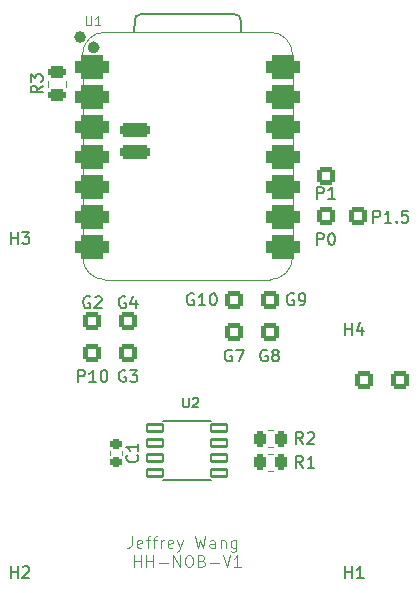
<source format=gto>
G04 #@! TF.GenerationSoftware,KiCad,Pcbnew,8.0.7*
G04 #@! TF.CreationDate,2024-12-28T18:30:56-05:00*
G04 #@! TF.ProjectId,nob,6e6f622e-6b69-4636-9164-5f7063625858,rev?*
G04 #@! TF.SameCoordinates,Original*
G04 #@! TF.FileFunction,Legend,Top*
G04 #@! TF.FilePolarity,Positive*
%FSLAX46Y46*%
G04 Gerber Fmt 4.6, Leading zero omitted, Abs format (unit mm)*
G04 Created by KiCad (PCBNEW 8.0.7) date 2024-12-28 18:30:56*
%MOMM*%
%LPD*%
G01*
G04 APERTURE LIST*
G04 Aperture macros list*
%AMRoundRect*
0 Rectangle with rounded corners*
0 $1 Rounding radius*
0 $2 $3 $4 $5 $6 $7 $8 $9 X,Y pos of 4 corners*
0 Add a 4 corners polygon primitive as box body*
4,1,4,$2,$3,$4,$5,$6,$7,$8,$9,$2,$3,0*
0 Add four circle primitives for the rounded corners*
1,1,$1+$1,$2,$3*
1,1,$1+$1,$4,$5*
1,1,$1+$1,$6,$7*
1,1,$1+$1,$8,$9*
0 Add four rect primitives between the rounded corners*
20,1,$1+$1,$2,$3,$4,$5,0*
20,1,$1+$1,$4,$5,$6,$7,0*
20,1,$1+$1,$6,$7,$8,$9,0*
20,1,$1+$1,$8,$9,$2,$3,0*%
G04 Aperture macros list end*
%ADD10C,0.100000*%
%ADD11C,0.150000*%
%ADD12C,0.106680*%
%ADD13C,0.120000*%
%ADD14C,0.127000*%
%ADD15C,0.504000*%
%ADD16RoundRect,0.250000X0.550000X0.550000X-0.550000X0.550000X-0.550000X-0.550000X0.550000X-0.550000X0*%
%ADD17RoundRect,0.250000X-0.550000X-0.550000X0.550000X-0.550000X0.550000X0.550000X-0.550000X0.550000X0*%
%ADD18C,3.600000*%
%ADD19C,5.600000*%
%ADD20RoundRect,0.250000X0.262500X0.450000X-0.262500X0.450000X-0.262500X-0.450000X0.262500X-0.450000X0*%
%ADD21RoundRect,0.250000X0.475000X-0.250000X0.475000X0.250000X-0.475000X0.250000X-0.475000X-0.250000X0*%
%ADD22RoundRect,0.525400X-0.900400X-0.525400X0.900400X-0.525400X0.900400X0.525400X-0.900400X0.525400X0*%
%ADD23RoundRect,0.300400X1.000400X0.300400X-1.000400X0.300400X-1.000400X-0.300400X1.000400X-0.300400X0*%
%ADD24C,1.700000*%
%ADD25RoundRect,0.102000X-0.700000X0.300000X-0.700000X-0.300000X0.700000X-0.300000X0.700000X0.300000X0*%
%ADD26RoundRect,0.225000X-0.250000X0.225000X-0.250000X-0.225000X0.250000X-0.225000X0.250000X0.225000X0*%
%ADD27RoundRect,0.250000X-0.262500X-0.450000X0.262500X-0.450000X0.262500X0.450000X-0.262500X0.450000X0*%
G04 APERTURE END LIST*
D10*
X125333332Y-77262475D02*
X125333332Y-77976760D01*
X125333332Y-77976760D02*
X125285713Y-78119617D01*
X125285713Y-78119617D02*
X125190475Y-78214856D01*
X125190475Y-78214856D02*
X125047618Y-78262475D01*
X125047618Y-78262475D02*
X124952380Y-78262475D01*
X126190475Y-78214856D02*
X126095237Y-78262475D01*
X126095237Y-78262475D02*
X125904761Y-78262475D01*
X125904761Y-78262475D02*
X125809523Y-78214856D01*
X125809523Y-78214856D02*
X125761904Y-78119617D01*
X125761904Y-78119617D02*
X125761904Y-77738665D01*
X125761904Y-77738665D02*
X125809523Y-77643427D01*
X125809523Y-77643427D02*
X125904761Y-77595808D01*
X125904761Y-77595808D02*
X126095237Y-77595808D01*
X126095237Y-77595808D02*
X126190475Y-77643427D01*
X126190475Y-77643427D02*
X126238094Y-77738665D01*
X126238094Y-77738665D02*
X126238094Y-77833903D01*
X126238094Y-77833903D02*
X125761904Y-77929141D01*
X126523809Y-77595808D02*
X126904761Y-77595808D01*
X126666666Y-78262475D02*
X126666666Y-77405332D01*
X126666666Y-77405332D02*
X126714285Y-77310094D01*
X126714285Y-77310094D02*
X126809523Y-77262475D01*
X126809523Y-77262475D02*
X126904761Y-77262475D01*
X127095238Y-77595808D02*
X127476190Y-77595808D01*
X127238095Y-78262475D02*
X127238095Y-77405332D01*
X127238095Y-77405332D02*
X127285714Y-77310094D01*
X127285714Y-77310094D02*
X127380952Y-77262475D01*
X127380952Y-77262475D02*
X127476190Y-77262475D01*
X127809524Y-78262475D02*
X127809524Y-77595808D01*
X127809524Y-77786284D02*
X127857143Y-77691046D01*
X127857143Y-77691046D02*
X127904762Y-77643427D01*
X127904762Y-77643427D02*
X128000000Y-77595808D01*
X128000000Y-77595808D02*
X128095238Y-77595808D01*
X128809524Y-78214856D02*
X128714286Y-78262475D01*
X128714286Y-78262475D02*
X128523810Y-78262475D01*
X128523810Y-78262475D02*
X128428572Y-78214856D01*
X128428572Y-78214856D02*
X128380953Y-78119617D01*
X128380953Y-78119617D02*
X128380953Y-77738665D01*
X128380953Y-77738665D02*
X128428572Y-77643427D01*
X128428572Y-77643427D02*
X128523810Y-77595808D01*
X128523810Y-77595808D02*
X128714286Y-77595808D01*
X128714286Y-77595808D02*
X128809524Y-77643427D01*
X128809524Y-77643427D02*
X128857143Y-77738665D01*
X128857143Y-77738665D02*
X128857143Y-77833903D01*
X128857143Y-77833903D02*
X128380953Y-77929141D01*
X129190477Y-77595808D02*
X129428572Y-78262475D01*
X129666667Y-77595808D02*
X129428572Y-78262475D01*
X129428572Y-78262475D02*
X129333334Y-78500570D01*
X129333334Y-78500570D02*
X129285715Y-78548189D01*
X129285715Y-78548189D02*
X129190477Y-78595808D01*
X130714287Y-77262475D02*
X130952382Y-78262475D01*
X130952382Y-78262475D02*
X131142858Y-77548189D01*
X131142858Y-77548189D02*
X131333334Y-78262475D01*
X131333334Y-78262475D02*
X131571430Y-77262475D01*
X132380953Y-78262475D02*
X132380953Y-77738665D01*
X132380953Y-77738665D02*
X132333334Y-77643427D01*
X132333334Y-77643427D02*
X132238096Y-77595808D01*
X132238096Y-77595808D02*
X132047620Y-77595808D01*
X132047620Y-77595808D02*
X131952382Y-77643427D01*
X132380953Y-78214856D02*
X132285715Y-78262475D01*
X132285715Y-78262475D02*
X132047620Y-78262475D01*
X132047620Y-78262475D02*
X131952382Y-78214856D01*
X131952382Y-78214856D02*
X131904763Y-78119617D01*
X131904763Y-78119617D02*
X131904763Y-78024379D01*
X131904763Y-78024379D02*
X131952382Y-77929141D01*
X131952382Y-77929141D02*
X132047620Y-77881522D01*
X132047620Y-77881522D02*
X132285715Y-77881522D01*
X132285715Y-77881522D02*
X132380953Y-77833903D01*
X132857144Y-77595808D02*
X132857144Y-78262475D01*
X132857144Y-77691046D02*
X132904763Y-77643427D01*
X132904763Y-77643427D02*
X133000001Y-77595808D01*
X133000001Y-77595808D02*
X133142858Y-77595808D01*
X133142858Y-77595808D02*
X133238096Y-77643427D01*
X133238096Y-77643427D02*
X133285715Y-77738665D01*
X133285715Y-77738665D02*
X133285715Y-78262475D01*
X134190477Y-77595808D02*
X134190477Y-78405332D01*
X134190477Y-78405332D02*
X134142858Y-78500570D01*
X134142858Y-78500570D02*
X134095239Y-78548189D01*
X134095239Y-78548189D02*
X134000001Y-78595808D01*
X134000001Y-78595808D02*
X133857144Y-78595808D01*
X133857144Y-78595808D02*
X133761906Y-78548189D01*
X134190477Y-78214856D02*
X134095239Y-78262475D01*
X134095239Y-78262475D02*
X133904763Y-78262475D01*
X133904763Y-78262475D02*
X133809525Y-78214856D01*
X133809525Y-78214856D02*
X133761906Y-78167236D01*
X133761906Y-78167236D02*
X133714287Y-78071998D01*
X133714287Y-78071998D02*
X133714287Y-77786284D01*
X133714287Y-77786284D02*
X133761906Y-77691046D01*
X133761906Y-77691046D02*
X133809525Y-77643427D01*
X133809525Y-77643427D02*
X133904763Y-77595808D01*
X133904763Y-77595808D02*
X134095239Y-77595808D01*
X134095239Y-77595808D02*
X134190477Y-77643427D01*
X125500000Y-79872419D02*
X125500000Y-78872419D01*
X125500000Y-79348609D02*
X126071428Y-79348609D01*
X126071428Y-79872419D02*
X126071428Y-78872419D01*
X126547619Y-79872419D02*
X126547619Y-78872419D01*
X126547619Y-79348609D02*
X127119047Y-79348609D01*
X127119047Y-79872419D02*
X127119047Y-78872419D01*
X127595238Y-79491466D02*
X128357143Y-79491466D01*
X128833333Y-79872419D02*
X128833333Y-78872419D01*
X128833333Y-78872419D02*
X129404761Y-79872419D01*
X129404761Y-79872419D02*
X129404761Y-78872419D01*
X130071428Y-78872419D02*
X130261904Y-78872419D01*
X130261904Y-78872419D02*
X130357142Y-78920038D01*
X130357142Y-78920038D02*
X130452380Y-79015276D01*
X130452380Y-79015276D02*
X130499999Y-79205752D01*
X130499999Y-79205752D02*
X130499999Y-79539085D01*
X130499999Y-79539085D02*
X130452380Y-79729561D01*
X130452380Y-79729561D02*
X130357142Y-79824800D01*
X130357142Y-79824800D02*
X130261904Y-79872419D01*
X130261904Y-79872419D02*
X130071428Y-79872419D01*
X130071428Y-79872419D02*
X129976190Y-79824800D01*
X129976190Y-79824800D02*
X129880952Y-79729561D01*
X129880952Y-79729561D02*
X129833333Y-79539085D01*
X129833333Y-79539085D02*
X129833333Y-79205752D01*
X129833333Y-79205752D02*
X129880952Y-79015276D01*
X129880952Y-79015276D02*
X129976190Y-78920038D01*
X129976190Y-78920038D02*
X130071428Y-78872419D01*
X131261904Y-79348609D02*
X131404761Y-79396228D01*
X131404761Y-79396228D02*
X131452380Y-79443847D01*
X131452380Y-79443847D02*
X131499999Y-79539085D01*
X131499999Y-79539085D02*
X131499999Y-79681942D01*
X131499999Y-79681942D02*
X131452380Y-79777180D01*
X131452380Y-79777180D02*
X131404761Y-79824800D01*
X131404761Y-79824800D02*
X131309523Y-79872419D01*
X131309523Y-79872419D02*
X130928571Y-79872419D01*
X130928571Y-79872419D02*
X130928571Y-78872419D01*
X130928571Y-78872419D02*
X131261904Y-78872419D01*
X131261904Y-78872419D02*
X131357142Y-78920038D01*
X131357142Y-78920038D02*
X131404761Y-78967657D01*
X131404761Y-78967657D02*
X131452380Y-79062895D01*
X131452380Y-79062895D02*
X131452380Y-79158133D01*
X131452380Y-79158133D02*
X131404761Y-79253371D01*
X131404761Y-79253371D02*
X131357142Y-79300990D01*
X131357142Y-79300990D02*
X131261904Y-79348609D01*
X131261904Y-79348609D02*
X130928571Y-79348609D01*
X131928571Y-79491466D02*
X132690476Y-79491466D01*
X133023809Y-78872419D02*
X133357142Y-79872419D01*
X133357142Y-79872419D02*
X133690475Y-78872419D01*
X134547618Y-79872419D02*
X133976190Y-79872419D01*
X134261904Y-79872419D02*
X134261904Y-78872419D01*
X134261904Y-78872419D02*
X134166666Y-79015276D01*
X134166666Y-79015276D02*
X134071428Y-79110514D01*
X134071428Y-79110514D02*
X133976190Y-79158133D01*
D11*
X136785714Y-61502438D02*
X136690476Y-61454819D01*
X136690476Y-61454819D02*
X136547619Y-61454819D01*
X136547619Y-61454819D02*
X136404762Y-61502438D01*
X136404762Y-61502438D02*
X136309524Y-61597676D01*
X136309524Y-61597676D02*
X136261905Y-61692914D01*
X136261905Y-61692914D02*
X136214286Y-61883390D01*
X136214286Y-61883390D02*
X136214286Y-62026247D01*
X136214286Y-62026247D02*
X136261905Y-62216723D01*
X136261905Y-62216723D02*
X136309524Y-62311961D01*
X136309524Y-62311961D02*
X136404762Y-62407200D01*
X136404762Y-62407200D02*
X136547619Y-62454819D01*
X136547619Y-62454819D02*
X136642857Y-62454819D01*
X136642857Y-62454819D02*
X136785714Y-62407200D01*
X136785714Y-62407200D02*
X136833333Y-62359580D01*
X136833333Y-62359580D02*
X136833333Y-62026247D01*
X136833333Y-62026247D02*
X136642857Y-62026247D01*
X137404762Y-61883390D02*
X137309524Y-61835771D01*
X137309524Y-61835771D02*
X137261905Y-61788152D01*
X137261905Y-61788152D02*
X137214286Y-61692914D01*
X137214286Y-61692914D02*
X137214286Y-61645295D01*
X137214286Y-61645295D02*
X137261905Y-61550057D01*
X137261905Y-61550057D02*
X137309524Y-61502438D01*
X137309524Y-61502438D02*
X137404762Y-61454819D01*
X137404762Y-61454819D02*
X137595238Y-61454819D01*
X137595238Y-61454819D02*
X137690476Y-61502438D01*
X137690476Y-61502438D02*
X137738095Y-61550057D01*
X137738095Y-61550057D02*
X137785714Y-61645295D01*
X137785714Y-61645295D02*
X137785714Y-61692914D01*
X137785714Y-61692914D02*
X137738095Y-61788152D01*
X137738095Y-61788152D02*
X137690476Y-61835771D01*
X137690476Y-61835771D02*
X137595238Y-61883390D01*
X137595238Y-61883390D02*
X137404762Y-61883390D01*
X137404762Y-61883390D02*
X137309524Y-61931009D01*
X137309524Y-61931009D02*
X137261905Y-61978628D01*
X137261905Y-61978628D02*
X137214286Y-62073866D01*
X137214286Y-62073866D02*
X137214286Y-62264342D01*
X137214286Y-62264342D02*
X137261905Y-62359580D01*
X137261905Y-62359580D02*
X137309524Y-62407200D01*
X137309524Y-62407200D02*
X137404762Y-62454819D01*
X137404762Y-62454819D02*
X137595238Y-62454819D01*
X137595238Y-62454819D02*
X137690476Y-62407200D01*
X137690476Y-62407200D02*
X137738095Y-62359580D01*
X137738095Y-62359580D02*
X137785714Y-62264342D01*
X137785714Y-62264342D02*
X137785714Y-62073866D01*
X137785714Y-62073866D02*
X137738095Y-61978628D01*
X137738095Y-61978628D02*
X137690476Y-61931009D01*
X137690476Y-61931009D02*
X137595238Y-61883390D01*
X139035714Y-56752438D02*
X138940476Y-56704819D01*
X138940476Y-56704819D02*
X138797619Y-56704819D01*
X138797619Y-56704819D02*
X138654762Y-56752438D01*
X138654762Y-56752438D02*
X138559524Y-56847676D01*
X138559524Y-56847676D02*
X138511905Y-56942914D01*
X138511905Y-56942914D02*
X138464286Y-57133390D01*
X138464286Y-57133390D02*
X138464286Y-57276247D01*
X138464286Y-57276247D02*
X138511905Y-57466723D01*
X138511905Y-57466723D02*
X138559524Y-57561961D01*
X138559524Y-57561961D02*
X138654762Y-57657200D01*
X138654762Y-57657200D02*
X138797619Y-57704819D01*
X138797619Y-57704819D02*
X138892857Y-57704819D01*
X138892857Y-57704819D02*
X139035714Y-57657200D01*
X139035714Y-57657200D02*
X139083333Y-57609580D01*
X139083333Y-57609580D02*
X139083333Y-57276247D01*
X139083333Y-57276247D02*
X138892857Y-57276247D01*
X139559524Y-57704819D02*
X139750000Y-57704819D01*
X139750000Y-57704819D02*
X139845238Y-57657200D01*
X139845238Y-57657200D02*
X139892857Y-57609580D01*
X139892857Y-57609580D02*
X139988095Y-57466723D01*
X139988095Y-57466723D02*
X140035714Y-57276247D01*
X140035714Y-57276247D02*
X140035714Y-56895295D01*
X140035714Y-56895295D02*
X139988095Y-56800057D01*
X139988095Y-56800057D02*
X139940476Y-56752438D01*
X139940476Y-56752438D02*
X139845238Y-56704819D01*
X139845238Y-56704819D02*
X139654762Y-56704819D01*
X139654762Y-56704819D02*
X139559524Y-56752438D01*
X139559524Y-56752438D02*
X139511905Y-56800057D01*
X139511905Y-56800057D02*
X139464286Y-56895295D01*
X139464286Y-56895295D02*
X139464286Y-57133390D01*
X139464286Y-57133390D02*
X139511905Y-57228628D01*
X139511905Y-57228628D02*
X139559524Y-57276247D01*
X139559524Y-57276247D02*
X139654762Y-57323866D01*
X139654762Y-57323866D02*
X139845238Y-57323866D01*
X139845238Y-57323866D02*
X139940476Y-57276247D01*
X139940476Y-57276247D02*
X139988095Y-57228628D01*
X139988095Y-57228628D02*
X140035714Y-57133390D01*
X141011905Y-52604819D02*
X141011905Y-51604819D01*
X141011905Y-51604819D02*
X141392857Y-51604819D01*
X141392857Y-51604819D02*
X141488095Y-51652438D01*
X141488095Y-51652438D02*
X141535714Y-51700057D01*
X141535714Y-51700057D02*
X141583333Y-51795295D01*
X141583333Y-51795295D02*
X141583333Y-51938152D01*
X141583333Y-51938152D02*
X141535714Y-52033390D01*
X141535714Y-52033390D02*
X141488095Y-52081009D01*
X141488095Y-52081009D02*
X141392857Y-52128628D01*
X141392857Y-52128628D02*
X141011905Y-52128628D01*
X142202381Y-51604819D02*
X142297619Y-51604819D01*
X142297619Y-51604819D02*
X142392857Y-51652438D01*
X142392857Y-51652438D02*
X142440476Y-51700057D01*
X142440476Y-51700057D02*
X142488095Y-51795295D01*
X142488095Y-51795295D02*
X142535714Y-51985771D01*
X142535714Y-51985771D02*
X142535714Y-52223866D01*
X142535714Y-52223866D02*
X142488095Y-52414342D01*
X142488095Y-52414342D02*
X142440476Y-52509580D01*
X142440476Y-52509580D02*
X142392857Y-52557200D01*
X142392857Y-52557200D02*
X142297619Y-52604819D01*
X142297619Y-52604819D02*
X142202381Y-52604819D01*
X142202381Y-52604819D02*
X142107143Y-52557200D01*
X142107143Y-52557200D02*
X142059524Y-52509580D01*
X142059524Y-52509580D02*
X142011905Y-52414342D01*
X142011905Y-52414342D02*
X141964286Y-52223866D01*
X141964286Y-52223866D02*
X141964286Y-51985771D01*
X141964286Y-51985771D02*
X142011905Y-51795295D01*
X142011905Y-51795295D02*
X142059524Y-51700057D01*
X142059524Y-51700057D02*
X142107143Y-51652438D01*
X142107143Y-51652438D02*
X142202381Y-51604819D01*
X115095959Y-52512683D02*
X115095959Y-51512683D01*
X115095959Y-51988873D02*
X115667387Y-51988873D01*
X115667387Y-52512683D02*
X115667387Y-51512683D01*
X116048340Y-51512683D02*
X116667387Y-51512683D01*
X116667387Y-51512683D02*
X116334054Y-51893635D01*
X116334054Y-51893635D02*
X116476911Y-51893635D01*
X116476911Y-51893635D02*
X116572149Y-51941254D01*
X116572149Y-51941254D02*
X116619768Y-51988873D01*
X116619768Y-51988873D02*
X116667387Y-52084111D01*
X116667387Y-52084111D02*
X116667387Y-52322206D01*
X116667387Y-52322206D02*
X116619768Y-52417444D01*
X116619768Y-52417444D02*
X116572149Y-52465064D01*
X116572149Y-52465064D02*
X116476911Y-52512683D01*
X116476911Y-52512683D02*
X116191197Y-52512683D01*
X116191197Y-52512683D02*
X116095959Y-52465064D01*
X116095959Y-52465064D02*
X116048340Y-52417444D01*
X139833333Y-71454819D02*
X139500000Y-70978628D01*
X139261905Y-71454819D02*
X139261905Y-70454819D01*
X139261905Y-70454819D02*
X139642857Y-70454819D01*
X139642857Y-70454819D02*
X139738095Y-70502438D01*
X139738095Y-70502438D02*
X139785714Y-70550057D01*
X139785714Y-70550057D02*
X139833333Y-70645295D01*
X139833333Y-70645295D02*
X139833333Y-70788152D01*
X139833333Y-70788152D02*
X139785714Y-70883390D01*
X139785714Y-70883390D02*
X139738095Y-70931009D01*
X139738095Y-70931009D02*
X139642857Y-70978628D01*
X139642857Y-70978628D02*
X139261905Y-70978628D01*
X140785714Y-71454819D02*
X140214286Y-71454819D01*
X140500000Y-71454819D02*
X140500000Y-70454819D01*
X140500000Y-70454819D02*
X140404762Y-70597676D01*
X140404762Y-70597676D02*
X140309524Y-70692914D01*
X140309524Y-70692914D02*
X140214286Y-70740533D01*
X117774819Y-39116666D02*
X117298628Y-39449999D01*
X117774819Y-39688094D02*
X116774819Y-39688094D01*
X116774819Y-39688094D02*
X116774819Y-39307142D01*
X116774819Y-39307142D02*
X116822438Y-39211904D01*
X116822438Y-39211904D02*
X116870057Y-39164285D01*
X116870057Y-39164285D02*
X116965295Y-39116666D01*
X116965295Y-39116666D02*
X117108152Y-39116666D01*
X117108152Y-39116666D02*
X117203390Y-39164285D01*
X117203390Y-39164285D02*
X117251009Y-39211904D01*
X117251009Y-39211904D02*
X117298628Y-39307142D01*
X117298628Y-39307142D02*
X117298628Y-39688094D01*
X116774819Y-38783332D02*
X116774819Y-38164285D01*
X116774819Y-38164285D02*
X117155771Y-38497618D01*
X117155771Y-38497618D02*
X117155771Y-38354761D01*
X117155771Y-38354761D02*
X117203390Y-38259523D01*
X117203390Y-38259523D02*
X117251009Y-38211904D01*
X117251009Y-38211904D02*
X117346247Y-38164285D01*
X117346247Y-38164285D02*
X117584342Y-38164285D01*
X117584342Y-38164285D02*
X117679580Y-38211904D01*
X117679580Y-38211904D02*
X117727200Y-38259523D01*
X117727200Y-38259523D02*
X117774819Y-38354761D01*
X117774819Y-38354761D02*
X117774819Y-38640475D01*
X117774819Y-38640475D02*
X117727200Y-38735713D01*
X117727200Y-38735713D02*
X117679580Y-38783332D01*
D12*
X121425660Y-33216547D02*
X121425660Y-33864166D01*
X121425660Y-33864166D02*
X121463755Y-33940356D01*
X121463755Y-33940356D02*
X121501850Y-33978452D01*
X121501850Y-33978452D02*
X121578041Y-34016547D01*
X121578041Y-34016547D02*
X121730422Y-34016547D01*
X121730422Y-34016547D02*
X121806612Y-33978452D01*
X121806612Y-33978452D02*
X121844707Y-33940356D01*
X121844707Y-33940356D02*
X121882803Y-33864166D01*
X121882803Y-33864166D02*
X121882803Y-33216547D01*
X122682802Y-34016547D02*
X122225659Y-34016547D01*
X122454231Y-34016547D02*
X122454231Y-33216547D01*
X122454231Y-33216547D02*
X122378040Y-33330832D01*
X122378040Y-33330832D02*
X122301850Y-33407023D01*
X122301850Y-33407023D02*
X122225659Y-33445118D01*
D11*
X115095959Y-80796955D02*
X115095959Y-79796955D01*
X115095959Y-80273145D02*
X115667387Y-80273145D01*
X115667387Y-80796955D02*
X115667387Y-79796955D01*
X116095959Y-79892193D02*
X116143578Y-79844574D01*
X116143578Y-79844574D02*
X116238816Y-79796955D01*
X116238816Y-79796955D02*
X116476911Y-79796955D01*
X116476911Y-79796955D02*
X116572149Y-79844574D01*
X116572149Y-79844574D02*
X116619768Y-79892193D01*
X116619768Y-79892193D02*
X116667387Y-79987431D01*
X116667387Y-79987431D02*
X116667387Y-80082669D01*
X116667387Y-80082669D02*
X116619768Y-80225526D01*
X116619768Y-80225526D02*
X116048340Y-80796955D01*
X116048340Y-80796955D02*
X116667387Y-80796955D01*
X129707976Y-65562295D02*
X129707976Y-66209914D01*
X129707976Y-66209914D02*
X129746071Y-66286104D01*
X129746071Y-66286104D02*
X129784166Y-66324200D01*
X129784166Y-66324200D02*
X129860357Y-66362295D01*
X129860357Y-66362295D02*
X130012738Y-66362295D01*
X130012738Y-66362295D02*
X130088928Y-66324200D01*
X130088928Y-66324200D02*
X130127023Y-66286104D01*
X130127023Y-66286104D02*
X130165119Y-66209914D01*
X130165119Y-66209914D02*
X130165119Y-65562295D01*
X130507975Y-65638485D02*
X130546071Y-65600390D01*
X130546071Y-65600390D02*
X130622261Y-65562295D01*
X130622261Y-65562295D02*
X130812737Y-65562295D01*
X130812737Y-65562295D02*
X130888928Y-65600390D01*
X130888928Y-65600390D02*
X130927023Y-65638485D01*
X130927023Y-65638485D02*
X130965118Y-65714676D01*
X130965118Y-65714676D02*
X130965118Y-65790866D01*
X130965118Y-65790866D02*
X130927023Y-65905152D01*
X130927023Y-65905152D02*
X130469880Y-66362295D01*
X130469880Y-66362295D02*
X130965118Y-66362295D01*
X121785714Y-57002438D02*
X121690476Y-56954819D01*
X121690476Y-56954819D02*
X121547619Y-56954819D01*
X121547619Y-56954819D02*
X121404762Y-57002438D01*
X121404762Y-57002438D02*
X121309524Y-57097676D01*
X121309524Y-57097676D02*
X121261905Y-57192914D01*
X121261905Y-57192914D02*
X121214286Y-57383390D01*
X121214286Y-57383390D02*
X121214286Y-57526247D01*
X121214286Y-57526247D02*
X121261905Y-57716723D01*
X121261905Y-57716723D02*
X121309524Y-57811961D01*
X121309524Y-57811961D02*
X121404762Y-57907200D01*
X121404762Y-57907200D02*
X121547619Y-57954819D01*
X121547619Y-57954819D02*
X121642857Y-57954819D01*
X121642857Y-57954819D02*
X121785714Y-57907200D01*
X121785714Y-57907200D02*
X121833333Y-57859580D01*
X121833333Y-57859580D02*
X121833333Y-57526247D01*
X121833333Y-57526247D02*
X121642857Y-57526247D01*
X122214286Y-57050057D02*
X122261905Y-57002438D01*
X122261905Y-57002438D02*
X122357143Y-56954819D01*
X122357143Y-56954819D02*
X122595238Y-56954819D01*
X122595238Y-56954819D02*
X122690476Y-57002438D01*
X122690476Y-57002438D02*
X122738095Y-57050057D01*
X122738095Y-57050057D02*
X122785714Y-57145295D01*
X122785714Y-57145295D02*
X122785714Y-57240533D01*
X122785714Y-57240533D02*
X122738095Y-57383390D01*
X122738095Y-57383390D02*
X122166667Y-57954819D01*
X122166667Y-57954819D02*
X122785714Y-57954819D01*
X143380231Y-80796955D02*
X143380231Y-79796955D01*
X143380231Y-80273145D02*
X143951659Y-80273145D01*
X143951659Y-80796955D02*
X143951659Y-79796955D01*
X144951659Y-80796955D02*
X144380231Y-80796955D01*
X144665945Y-80796955D02*
X144665945Y-79796955D01*
X144665945Y-79796955D02*
X144570707Y-79939812D01*
X144570707Y-79939812D02*
X144475469Y-80035050D01*
X144475469Y-80035050D02*
X144380231Y-80082669D01*
X124785714Y-63252438D02*
X124690476Y-63204819D01*
X124690476Y-63204819D02*
X124547619Y-63204819D01*
X124547619Y-63204819D02*
X124404762Y-63252438D01*
X124404762Y-63252438D02*
X124309524Y-63347676D01*
X124309524Y-63347676D02*
X124261905Y-63442914D01*
X124261905Y-63442914D02*
X124214286Y-63633390D01*
X124214286Y-63633390D02*
X124214286Y-63776247D01*
X124214286Y-63776247D02*
X124261905Y-63966723D01*
X124261905Y-63966723D02*
X124309524Y-64061961D01*
X124309524Y-64061961D02*
X124404762Y-64157200D01*
X124404762Y-64157200D02*
X124547619Y-64204819D01*
X124547619Y-64204819D02*
X124642857Y-64204819D01*
X124642857Y-64204819D02*
X124785714Y-64157200D01*
X124785714Y-64157200D02*
X124833333Y-64109580D01*
X124833333Y-64109580D02*
X124833333Y-63776247D01*
X124833333Y-63776247D02*
X124642857Y-63776247D01*
X125166667Y-63204819D02*
X125785714Y-63204819D01*
X125785714Y-63204819D02*
X125452381Y-63585771D01*
X125452381Y-63585771D02*
X125595238Y-63585771D01*
X125595238Y-63585771D02*
X125690476Y-63633390D01*
X125690476Y-63633390D02*
X125738095Y-63681009D01*
X125738095Y-63681009D02*
X125785714Y-63776247D01*
X125785714Y-63776247D02*
X125785714Y-64014342D01*
X125785714Y-64014342D02*
X125738095Y-64109580D01*
X125738095Y-64109580D02*
X125690476Y-64157200D01*
X125690476Y-64157200D02*
X125595238Y-64204819D01*
X125595238Y-64204819D02*
X125309524Y-64204819D01*
X125309524Y-64204819D02*
X125214286Y-64157200D01*
X125214286Y-64157200D02*
X125166667Y-64109580D01*
X125789580Y-70391666D02*
X125837200Y-70439285D01*
X125837200Y-70439285D02*
X125884819Y-70582142D01*
X125884819Y-70582142D02*
X125884819Y-70677380D01*
X125884819Y-70677380D02*
X125837200Y-70820237D01*
X125837200Y-70820237D02*
X125741961Y-70915475D01*
X125741961Y-70915475D02*
X125646723Y-70963094D01*
X125646723Y-70963094D02*
X125456247Y-71010713D01*
X125456247Y-71010713D02*
X125313390Y-71010713D01*
X125313390Y-71010713D02*
X125122914Y-70963094D01*
X125122914Y-70963094D02*
X125027676Y-70915475D01*
X125027676Y-70915475D02*
X124932438Y-70820237D01*
X124932438Y-70820237D02*
X124884819Y-70677380D01*
X124884819Y-70677380D02*
X124884819Y-70582142D01*
X124884819Y-70582142D02*
X124932438Y-70439285D01*
X124932438Y-70439285D02*
X124980057Y-70391666D01*
X125884819Y-69439285D02*
X125884819Y-70010713D01*
X125884819Y-69724999D02*
X124884819Y-69724999D01*
X124884819Y-69724999D02*
X125027676Y-69820237D01*
X125027676Y-69820237D02*
X125122914Y-69915475D01*
X125122914Y-69915475D02*
X125170533Y-70010713D01*
X133785714Y-61502438D02*
X133690476Y-61454819D01*
X133690476Y-61454819D02*
X133547619Y-61454819D01*
X133547619Y-61454819D02*
X133404762Y-61502438D01*
X133404762Y-61502438D02*
X133309524Y-61597676D01*
X133309524Y-61597676D02*
X133261905Y-61692914D01*
X133261905Y-61692914D02*
X133214286Y-61883390D01*
X133214286Y-61883390D02*
X133214286Y-62026247D01*
X133214286Y-62026247D02*
X133261905Y-62216723D01*
X133261905Y-62216723D02*
X133309524Y-62311961D01*
X133309524Y-62311961D02*
X133404762Y-62407200D01*
X133404762Y-62407200D02*
X133547619Y-62454819D01*
X133547619Y-62454819D02*
X133642857Y-62454819D01*
X133642857Y-62454819D02*
X133785714Y-62407200D01*
X133785714Y-62407200D02*
X133833333Y-62359580D01*
X133833333Y-62359580D02*
X133833333Y-62026247D01*
X133833333Y-62026247D02*
X133642857Y-62026247D01*
X134166667Y-61454819D02*
X134833333Y-61454819D01*
X134833333Y-61454819D02*
X134404762Y-62454819D01*
X145797619Y-50704819D02*
X145797619Y-49704819D01*
X145797619Y-49704819D02*
X146178571Y-49704819D01*
X146178571Y-49704819D02*
X146273809Y-49752438D01*
X146273809Y-49752438D02*
X146321428Y-49800057D01*
X146321428Y-49800057D02*
X146369047Y-49895295D01*
X146369047Y-49895295D02*
X146369047Y-50038152D01*
X146369047Y-50038152D02*
X146321428Y-50133390D01*
X146321428Y-50133390D02*
X146273809Y-50181009D01*
X146273809Y-50181009D02*
X146178571Y-50228628D01*
X146178571Y-50228628D02*
X145797619Y-50228628D01*
X147321428Y-50704819D02*
X146750000Y-50704819D01*
X147035714Y-50704819D02*
X147035714Y-49704819D01*
X147035714Y-49704819D02*
X146940476Y-49847676D01*
X146940476Y-49847676D02*
X146845238Y-49942914D01*
X146845238Y-49942914D02*
X146750000Y-49990533D01*
X147750000Y-50609580D02*
X147797619Y-50657200D01*
X147797619Y-50657200D02*
X147750000Y-50704819D01*
X147750000Y-50704819D02*
X147702381Y-50657200D01*
X147702381Y-50657200D02*
X147750000Y-50609580D01*
X147750000Y-50609580D02*
X147750000Y-50704819D01*
X148702380Y-49704819D02*
X148226190Y-49704819D01*
X148226190Y-49704819D02*
X148178571Y-50181009D01*
X148178571Y-50181009D02*
X148226190Y-50133390D01*
X148226190Y-50133390D02*
X148321428Y-50085771D01*
X148321428Y-50085771D02*
X148559523Y-50085771D01*
X148559523Y-50085771D02*
X148654761Y-50133390D01*
X148654761Y-50133390D02*
X148702380Y-50181009D01*
X148702380Y-50181009D02*
X148749999Y-50276247D01*
X148749999Y-50276247D02*
X148749999Y-50514342D01*
X148749999Y-50514342D02*
X148702380Y-50609580D01*
X148702380Y-50609580D02*
X148654761Y-50657200D01*
X148654761Y-50657200D02*
X148559523Y-50704819D01*
X148559523Y-50704819D02*
X148321428Y-50704819D01*
X148321428Y-50704819D02*
X148226190Y-50657200D01*
X148226190Y-50657200D02*
X148178571Y-50609580D01*
X130559523Y-56752438D02*
X130464285Y-56704819D01*
X130464285Y-56704819D02*
X130321428Y-56704819D01*
X130321428Y-56704819D02*
X130178571Y-56752438D01*
X130178571Y-56752438D02*
X130083333Y-56847676D01*
X130083333Y-56847676D02*
X130035714Y-56942914D01*
X130035714Y-56942914D02*
X129988095Y-57133390D01*
X129988095Y-57133390D02*
X129988095Y-57276247D01*
X129988095Y-57276247D02*
X130035714Y-57466723D01*
X130035714Y-57466723D02*
X130083333Y-57561961D01*
X130083333Y-57561961D02*
X130178571Y-57657200D01*
X130178571Y-57657200D02*
X130321428Y-57704819D01*
X130321428Y-57704819D02*
X130416666Y-57704819D01*
X130416666Y-57704819D02*
X130559523Y-57657200D01*
X130559523Y-57657200D02*
X130607142Y-57609580D01*
X130607142Y-57609580D02*
X130607142Y-57276247D01*
X130607142Y-57276247D02*
X130416666Y-57276247D01*
X131559523Y-57704819D02*
X130988095Y-57704819D01*
X131273809Y-57704819D02*
X131273809Y-56704819D01*
X131273809Y-56704819D02*
X131178571Y-56847676D01*
X131178571Y-56847676D02*
X131083333Y-56942914D01*
X131083333Y-56942914D02*
X130988095Y-56990533D01*
X132178571Y-56704819D02*
X132273809Y-56704819D01*
X132273809Y-56704819D02*
X132369047Y-56752438D01*
X132369047Y-56752438D02*
X132416666Y-56800057D01*
X132416666Y-56800057D02*
X132464285Y-56895295D01*
X132464285Y-56895295D02*
X132511904Y-57085771D01*
X132511904Y-57085771D02*
X132511904Y-57323866D01*
X132511904Y-57323866D02*
X132464285Y-57514342D01*
X132464285Y-57514342D02*
X132416666Y-57609580D01*
X132416666Y-57609580D02*
X132369047Y-57657200D01*
X132369047Y-57657200D02*
X132273809Y-57704819D01*
X132273809Y-57704819D02*
X132178571Y-57704819D01*
X132178571Y-57704819D02*
X132083333Y-57657200D01*
X132083333Y-57657200D02*
X132035714Y-57609580D01*
X132035714Y-57609580D02*
X131988095Y-57514342D01*
X131988095Y-57514342D02*
X131940476Y-57323866D01*
X131940476Y-57323866D02*
X131940476Y-57085771D01*
X131940476Y-57085771D02*
X131988095Y-56895295D01*
X131988095Y-56895295D02*
X132035714Y-56800057D01*
X132035714Y-56800057D02*
X132083333Y-56752438D01*
X132083333Y-56752438D02*
X132178571Y-56704819D01*
X120785714Y-64204819D02*
X120785714Y-63204819D01*
X120785714Y-63204819D02*
X121166666Y-63204819D01*
X121166666Y-63204819D02*
X121261904Y-63252438D01*
X121261904Y-63252438D02*
X121309523Y-63300057D01*
X121309523Y-63300057D02*
X121357142Y-63395295D01*
X121357142Y-63395295D02*
X121357142Y-63538152D01*
X121357142Y-63538152D02*
X121309523Y-63633390D01*
X121309523Y-63633390D02*
X121261904Y-63681009D01*
X121261904Y-63681009D02*
X121166666Y-63728628D01*
X121166666Y-63728628D02*
X120785714Y-63728628D01*
X122309523Y-64204819D02*
X121738095Y-64204819D01*
X122023809Y-64204819D02*
X122023809Y-63204819D01*
X122023809Y-63204819D02*
X121928571Y-63347676D01*
X121928571Y-63347676D02*
X121833333Y-63442914D01*
X121833333Y-63442914D02*
X121738095Y-63490533D01*
X122928571Y-63204819D02*
X123023809Y-63204819D01*
X123023809Y-63204819D02*
X123119047Y-63252438D01*
X123119047Y-63252438D02*
X123166666Y-63300057D01*
X123166666Y-63300057D02*
X123214285Y-63395295D01*
X123214285Y-63395295D02*
X123261904Y-63585771D01*
X123261904Y-63585771D02*
X123261904Y-63823866D01*
X123261904Y-63823866D02*
X123214285Y-64014342D01*
X123214285Y-64014342D02*
X123166666Y-64109580D01*
X123166666Y-64109580D02*
X123119047Y-64157200D01*
X123119047Y-64157200D02*
X123023809Y-64204819D01*
X123023809Y-64204819D02*
X122928571Y-64204819D01*
X122928571Y-64204819D02*
X122833333Y-64157200D01*
X122833333Y-64157200D02*
X122785714Y-64109580D01*
X122785714Y-64109580D02*
X122738095Y-64014342D01*
X122738095Y-64014342D02*
X122690476Y-63823866D01*
X122690476Y-63823866D02*
X122690476Y-63585771D01*
X122690476Y-63585771D02*
X122738095Y-63395295D01*
X122738095Y-63395295D02*
X122785714Y-63300057D01*
X122785714Y-63300057D02*
X122833333Y-63252438D01*
X122833333Y-63252438D02*
X122928571Y-63204819D01*
X143380231Y-60204819D02*
X143380231Y-59204819D01*
X143380231Y-59681009D02*
X143951659Y-59681009D01*
X143951659Y-60204819D02*
X143951659Y-59204819D01*
X144856421Y-59538152D02*
X144856421Y-60204819D01*
X144618326Y-59157200D02*
X144380231Y-59871485D01*
X144380231Y-59871485D02*
X144999278Y-59871485D01*
X124785714Y-57002438D02*
X124690476Y-56954819D01*
X124690476Y-56954819D02*
X124547619Y-56954819D01*
X124547619Y-56954819D02*
X124404762Y-57002438D01*
X124404762Y-57002438D02*
X124309524Y-57097676D01*
X124309524Y-57097676D02*
X124261905Y-57192914D01*
X124261905Y-57192914D02*
X124214286Y-57383390D01*
X124214286Y-57383390D02*
X124214286Y-57526247D01*
X124214286Y-57526247D02*
X124261905Y-57716723D01*
X124261905Y-57716723D02*
X124309524Y-57811961D01*
X124309524Y-57811961D02*
X124404762Y-57907200D01*
X124404762Y-57907200D02*
X124547619Y-57954819D01*
X124547619Y-57954819D02*
X124642857Y-57954819D01*
X124642857Y-57954819D02*
X124785714Y-57907200D01*
X124785714Y-57907200D02*
X124833333Y-57859580D01*
X124833333Y-57859580D02*
X124833333Y-57526247D01*
X124833333Y-57526247D02*
X124642857Y-57526247D01*
X125690476Y-57288152D02*
X125690476Y-57954819D01*
X125452381Y-56907200D02*
X125214286Y-57621485D01*
X125214286Y-57621485D02*
X125833333Y-57621485D01*
X139833333Y-69454819D02*
X139500000Y-68978628D01*
X139261905Y-69454819D02*
X139261905Y-68454819D01*
X139261905Y-68454819D02*
X139642857Y-68454819D01*
X139642857Y-68454819D02*
X139738095Y-68502438D01*
X139738095Y-68502438D02*
X139785714Y-68550057D01*
X139785714Y-68550057D02*
X139833333Y-68645295D01*
X139833333Y-68645295D02*
X139833333Y-68788152D01*
X139833333Y-68788152D02*
X139785714Y-68883390D01*
X139785714Y-68883390D02*
X139738095Y-68931009D01*
X139738095Y-68931009D02*
X139642857Y-68978628D01*
X139642857Y-68978628D02*
X139261905Y-68978628D01*
X140214286Y-68550057D02*
X140261905Y-68502438D01*
X140261905Y-68502438D02*
X140357143Y-68454819D01*
X140357143Y-68454819D02*
X140595238Y-68454819D01*
X140595238Y-68454819D02*
X140690476Y-68502438D01*
X140690476Y-68502438D02*
X140738095Y-68550057D01*
X140738095Y-68550057D02*
X140785714Y-68645295D01*
X140785714Y-68645295D02*
X140785714Y-68740533D01*
X140785714Y-68740533D02*
X140738095Y-68883390D01*
X140738095Y-68883390D02*
X140166667Y-69454819D01*
X140166667Y-69454819D02*
X140785714Y-69454819D01*
X141011905Y-48704819D02*
X141011905Y-47704819D01*
X141011905Y-47704819D02*
X141392857Y-47704819D01*
X141392857Y-47704819D02*
X141488095Y-47752438D01*
X141488095Y-47752438D02*
X141535714Y-47800057D01*
X141535714Y-47800057D02*
X141583333Y-47895295D01*
X141583333Y-47895295D02*
X141583333Y-48038152D01*
X141583333Y-48038152D02*
X141535714Y-48133390D01*
X141535714Y-48133390D02*
X141488095Y-48181009D01*
X141488095Y-48181009D02*
X141392857Y-48228628D01*
X141392857Y-48228628D02*
X141011905Y-48228628D01*
X142535714Y-48704819D02*
X141964286Y-48704819D01*
X142250000Y-48704819D02*
X142250000Y-47704819D01*
X142250000Y-47704819D02*
X142154762Y-47847676D01*
X142154762Y-47847676D02*
X142059524Y-47942914D01*
X142059524Y-47942914D02*
X141964286Y-47990533D01*
D13*
X137314564Y-68265000D02*
X136860436Y-68265000D01*
X137314564Y-69735000D02*
X136860436Y-69735000D01*
X118265000Y-39211252D02*
X118265000Y-38688748D01*
X119735000Y-39211252D02*
X119735000Y-38688748D01*
D10*
X121165000Y-53633000D02*
X121165000Y-36488000D01*
X123070000Y-55538000D02*
X137040000Y-55538000D01*
D14*
X125560000Y-34583000D02*
X125563728Y-33572728D01*
X126063728Y-33073000D02*
X134059000Y-33073000D01*
X134559000Y-33573000D02*
X134559000Y-34583000D01*
D10*
X137040000Y-34583000D02*
X123070000Y-34583000D01*
X138945000Y-53633000D02*
X138945000Y-36488000D01*
X121165000Y-36484000D02*
G75*
G02*
X123070000Y-34579000I1905001J-1D01*
G01*
X123070000Y-55538000D02*
G75*
G02*
X121165000Y-53633000I1J1905001D01*
G01*
D14*
X125563728Y-33572728D02*
G75*
G02*
X126063728Y-33073001I500018J-291D01*
G01*
X134059000Y-33073000D02*
G75*
G02*
X134559000Y-33573000I0J-500000D01*
G01*
D10*
X137040000Y-34583000D02*
G75*
G02*
X138945000Y-36488000I0J-1905000D01*
G01*
X138945000Y-53633000D02*
G75*
G02*
X137040000Y-55538000I-1905000J0D01*
G01*
D15*
X121207000Y-34999000D02*
G75*
G02*
X120703000Y-34999000I-252000J0D01*
G01*
X120703000Y-34999000D02*
G75*
G02*
X121207000Y-34999000I252000J0D01*
G01*
X122350000Y-35879000D02*
G75*
G02*
X121846000Y-35879000I-252000J0D01*
G01*
X121846000Y-35879000D02*
G75*
G02*
X122350000Y-35879000I252000J0D01*
G01*
D14*
X128000000Y-67500000D02*
X132000000Y-67500000D01*
X132000000Y-72500000D02*
X128000000Y-72500000D01*
D13*
X123490000Y-70084420D02*
X123490000Y-70365580D01*
X124510000Y-70084420D02*
X124510000Y-70365580D01*
X136860436Y-70265000D02*
X137314564Y-70265000D01*
X136860436Y-71735000D02*
X137314564Y-71735000D01*
%LPC*%
D16*
X137000000Y-60000000D03*
D17*
X137000000Y-57250000D03*
D16*
X141750000Y-50150000D03*
D18*
X115857864Y-55857864D03*
D19*
X115857864Y-55857864D03*
D20*
X138000000Y-69000000D03*
X136175000Y-69000000D03*
D21*
X119000000Y-39900000D03*
X119000000Y-38000000D03*
D22*
X122000000Y-37500000D03*
X122000000Y-40040000D03*
X122000000Y-42580000D03*
X122000000Y-45120000D03*
X122000000Y-47660000D03*
X122000000Y-50200000D03*
X122000000Y-52740000D03*
X138165000Y-52740000D03*
X138165000Y-50200000D03*
X138165000Y-47660000D03*
X138165000Y-45120000D03*
X138165000Y-42580000D03*
X138165000Y-40040000D03*
X138165000Y-37500000D03*
D23*
X125610000Y-44738000D03*
X125610000Y-42833000D03*
D24*
X128785000Y-36488000D03*
X131325000Y-36488000D03*
X128785000Y-39028000D03*
X131325000Y-39028000D03*
X128785000Y-41568000D03*
X131325000Y-41568000D03*
D18*
X115857864Y-84142136D03*
D19*
X115857864Y-84142136D03*
D25*
X127300000Y-68095000D03*
X127300000Y-69365000D03*
X127300000Y-70635000D03*
X127300000Y-71905000D03*
X132700000Y-71905000D03*
X132700000Y-70635000D03*
X132700000Y-69365000D03*
X132700000Y-68095000D03*
D17*
X122000000Y-59000000D03*
D18*
X144142136Y-84142136D03*
D19*
X144142136Y-84142136D03*
D17*
X125000000Y-61750000D03*
D26*
X124000000Y-69450000D03*
X124000000Y-71000000D03*
D16*
X134000000Y-60000000D03*
D17*
X144500000Y-50150000D03*
X134000000Y-57250000D03*
X122000000Y-61750000D03*
D18*
X144142136Y-55857864D03*
D19*
X144142136Y-55857864D03*
D17*
X125000000Y-59000000D03*
D27*
X136175000Y-71000000D03*
X138000000Y-71000000D03*
D16*
X141750000Y-46750000D03*
D17*
X145000000Y-64000000D03*
X148000000Y-64000000D03*
%LPD*%
M02*

</source>
